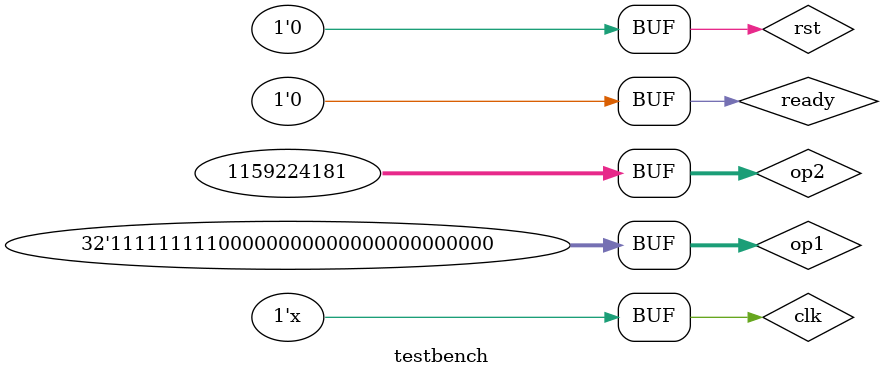
<source format=v>
`timescale 1ns / 1ps

module testbench();
    reg clk, rst;
    reg ready;
    reg[31:0] op1, op2;
    wire[31:0] res;
    wire done;
    parameter PERIOD = 20;


double_multipler top_level(
    .clk (clk),
    .rst (rst),
    .ready (ready),
    .op1 (op1),
    .op2 (op2),
    .res (res),
    .done (done)
);


always #(PERIOD/2) clk  <= !clk; // Set clock


initial 
begin
    // Init
    clk <= 1'b0;
    ready <= 1'b0;
    
    // Reset
    #PERIOD;
    rst <= 1'b1;
    #PERIOD;
    rst <= 1'b0;
    #PERIOD;
    
    // Ready1
    ready <= 1'b1;
    op1 <= 32'b01000000000000000000000000000000; //2.0
    op2 <= 32'b01000000001000000000000000000000; //2.5
    #PERIOD;
    op1 <= 32'b00111111101000000000000000000000; //1.25
    op2 <= 32'b00111111100000000000000000000000; //1.0
    ready <= 1'b0;
    #(PERIOD*18);
    
    // Ready2
    ready <= 1'b1;
    op1 <= 32'b01000010110010000110011001100110; //100.2
    op2 <= 32'b10000000000000000000000000000000; //-0.0
    #PERIOD;
    op1 <= 32'b11111111100000000000000000000000; //-inf;
    op2 <= 32'b01000101000110000101101101110101; //2437.716
    ready <= 1'b0;
    #(PERIOD*18);
    
end


endmodule

</source>
